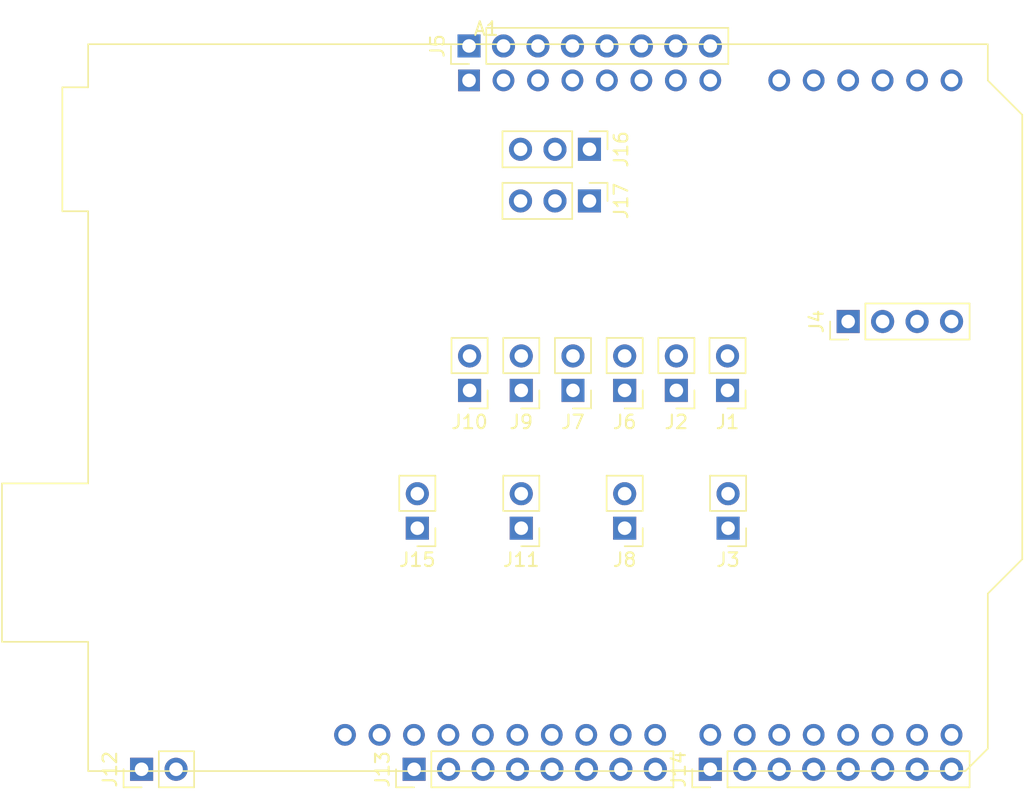
<source format=kicad_pcb>
(kicad_pcb (version 20211014) (generator pcbnew)
  (title_block (date "2022-06-24") (rev "v1.0") (comment 3 "Author: Brenden Vogt"))
  (layers (0 "F.Cu" signal) (31 "B.Cu" signal) (34 "B.Paste" user) (35 "F.Paste" user) (36 "B.SilkS" user "B.Silkscreen") (37 "F.SilkS" user "F.Silkscreen") (38 "B.Mask" user) (39 "F.Mask" user) (44 "Edge.Cuts" user))
  (net 0 "")
  (net 1 "GND")
  (net 2 "/X_STOP")
  (net 3 "/Y_STOP")
  (net 4 "/Z_STOP")
  (net 5 "/E_STOP")
  (net 6 "+5V")
  (net 7 "/SPIN_EN")
  (net 8 "/STEP_EN")
  (net 9 "/VIN")
  (net 10 "+3V3")
  (net 11 "/RST")
  (net 12 "/IOREF")
  (net 14 "/AREF")
  (net 15 "/SPIN_DIR")
  (net 16 "/Z_DIR")
  (net 17 "/Y_DIR")
  (net 18 "/X_DIR")
  (net 19 "/Z_PULSE")
  (net 20 "/Y_PULSE")
  (net 21 "/X_PULSE")
  (net 22 "/TX")
  (net 23 "/RX")
  (footprint "Connector_PinHeader_2.54mm:PinHeader_1x02_P2.54mm_Vertical" (layer "F.Cu") (at 226.1 78.74 180)
    (fp_text reference "J2" (at 0 -2.33 180) (layer "F.SilkS"))
    (fp_text value "XMax")
    (fp_line (start -1.33 1.27) (end 1.33 1.27) (layer "F.SilkS") (width 0.12))
    (fp_line (start 1.33 1.27) (end 1.33 3.87) (layer "F.SilkS") (width 0.12))
    (fp_line (start -1.33 -1.33) (end 0 -1.33) (layer "F.SilkS") (width 0.12))
    (fp_line (start -1.33 1.27) (end -1.33 3.87) (layer "F.SilkS") (width 0.12))
    (fp_line (start -1.33 3.87) (end 1.33 3.87) (layer "F.SilkS") (width 0.12))
    (fp_line (start -1.33 0) (end -1.33 -1.33) (layer "F.SilkS") (width 0.12))
    (pad "1" thru_hole rect locked (at 0 0 180) (size 1.7 1.7) (drill 1) (layers *.Cu *.Mask) (net 1 "GND"))
    (pad "2" thru_hole oval locked (at 0 2.54 180) (size 1.7 1.7) (drill 1) (layers *.Cu *.Mask) (net 2 "/X_STOP"))
  )
  (footprint "Connector_PinHeader_2.54mm:PinHeader_1x04_P2.54mm_Vertical" (layer "F.Cu") (at 238.76 73.66 90)
    (fp_text reference "J4" (at 0 -2.33 90) (layer "F.SilkS"))
    (fp_text value "UART")
    (fp_line (start -1.33 0) (end -1.33 -1.33) (layer "F.SilkS") (width 0.12))
    (fp_line (start -1.33 1.27) (end -1.33 8.95) (layer "F.SilkS") (width 0.12))
    (fp_line (start -1.33 8.95) (end 1.33 8.95) (layer "F.SilkS") (width 0.12))
    (fp_line (start -1.33 1.27) (end 1.33 1.27) (layer "F.SilkS") (width 0.12))
    (fp_line (start 1.33 1.27) (end 1.33 8.95) (layer "F.SilkS") (width 0.12))
    (fp_line (start -1.33 -1.33) (end 0 -1.33) (layer "F.SilkS") (width 0.12))
    (pad "1" thru_hole rect locked (at 0 0 90) (size 1.7 1.7) (drill 1) (layers *.Cu *.Mask) (net 1 "GND"))
    (pad "2" thru_hole oval locked (at 0 2.54 90) (size 1.7 1.7) (drill 1) (layers *.Cu *.Mask) (net 22 "/TX"))
    (pad "3" thru_hole oval locked (at 0 5.08 90) (size 1.7 1.7) (drill 1) (layers *.Cu *.Mask) (net 23 "/RX"))
    (pad "4" thru_hole oval locked (at 0 7.62 90) (size 1.7 1.7) (drill 1) (layers *.Cu *.Mask) (net 6 "+5V"))
  )
  (footprint "Connector_PinHeader_2.54mm:PinHeader_1x02_P2.54mm_Vertical" (layer "F.Cu") (at 229.87 78.74 180)
    (fp_text reference "J1" (at 0 -2.33 180) (layer "F.SilkS"))
    (fp_text value "XMin")
    (fp_line (start -1.33 1.27) (end -1.33 3.87) (layer "F.SilkS") (width 0.12))
    (fp_line (start -1.33 -1.33) (end 0 -1.33) (layer "F.SilkS") (width 0.12))
    (fp_line (start -1.33 3.87) (end 1.33 3.87) (layer "F.SilkS") (width 0.12))
    (fp_line (start 1.33 1.27) (end 1.33 3.87) (layer "F.SilkS") (width 0.12))
    (fp_line (start -1.33 0) (end -1.33 -1.33) (layer "F.SilkS") (width 0.12))
    (fp_line (start -1.33 1.27) (end 1.33 1.27) (layer "F.SilkS") (width 0.12))
    (pad "1" thru_hole rect locked (at 0 0 180) (size 1.7 1.7) (drill 1) (layers *.Cu *.Mask) (net 1 "GND"))
    (pad "2" thru_hole oval locked (at 0 2.54 180) (size 1.7 1.7) (drill 1) (layers *.Cu *.Mask) (net 2 "/X_STOP"))
  )
  (footprint "Connector_PinHeader_2.54mm:PinHeader_1x08_P2.54mm_Vertical" (layer "F.Cu") (at 206.771 106.68 90)
    (fp_text reference "J13" (at 0 -2.33 90) (layer "F.SilkS"))
    (fp_text value "Peripherals")
    (fp_line (start -1.33 1.27) (end 1.33 1.27) (layer "F.SilkS") (width 0.12))
    (fp_line (start -1.33 -1.33) (end 0 -1.33) (layer "F.SilkS") (width 0.12))
    (fp_line (start 1.33 1.27) (end 1.33 19.11) (layer "F.SilkS") (width 0.12))
    (fp_line (start -1.33 19.11) (end 1.33 19.11) (layer "F.SilkS") (width 0.12))
    (fp_line (start -1.33 1.27) (end -1.33 19.11) (layer "F.SilkS") (width 0.12))
    (fp_line (start -1.33 0) (end -1.33 -1.33) (layer "F.SilkS") (width 0.12))
    (pad "1" thru_hole rect locked (at 0 0 90) (size 1.7 1.7) (drill 1) (layers *.Cu *.Mask) (net 14 "/AREF"))
    (pad "2" thru_hole oval locked (at 0 2.54 90) (size 1.7 1.7) (drill 1) (layers *.Cu *.Mask) (net 1 "GND"))
    (pad "3" thru_hole oval locked (at 0 5.08 90) (size 1.7 1.7) (drill 1) (layers *.Cu *.Mask) (net 15 "/SPIN_DIR"))
    (pad "4" thru_hole oval locked (at 0 7.62 90) (size 1.7 1.7) (drill 1) (layers *.Cu *.Mask) (net 4 "/Z_STOP"))
    (pad "5" thru_hole oval locked (at 0 10.16 90) (size 1.7 1.7) (drill 1) (layers *.Cu *.Mask) (net 7 "/SPIN_EN"))
    (pad "6" thru_hole oval locked (at 0 12.7 90) (size 1.7 1.7) (drill 1) (layers *.Cu *.Mask) (net 3 "/Y_STOP"))
    (pad "7" thru_hole oval locked (at 0 15.24 90) (size 1.7 1.7) (drill 1) (layers *.Cu *.Mask) (net 2 "/X_STOP"))
    (pad "8" thru_hole oval locked (at 0 17.78 90) (size 1.7 1.7) (drill 1) (layers *.Cu *.Mask) (net 8 "/STEP_EN"))
  )
  (footprint "Connector_PinHeader_2.54mm:PinHeader_1x02_P2.54mm_Vertical" (layer "F.Cu") (at 207.01 88.9 180)
    (fp_text reference "J15" (at 0 -2.33) (layer "F.SilkS"))
    (fp_text value "EStop")
    (fp_line (start 1.33 1.27) (end 1.33 3.87) (layer "F.SilkS") (width 0.12))
    (fp_line (start -1.33 -1.33) (end 0 -1.33) (layer "F.SilkS") (width 0.12))
    (fp_line (start -1.33 3.87) (end 1.33 3.87) (layer "F.SilkS") (width 0.12))
    (fp_line (start -1.33 0) (end -1.33 -1.33) (layer "F.SilkS") (width 0.12))
    (fp_line (start -1.33 1.27) (end 1.33 1.27) (layer "F.SilkS") (width 0.12))
    (fp_line (start -1.33 1.27) (end -1.33 3.87) (layer "F.SilkS") (width 0.12))
    (pad "1" thru_hole rect locked (at 0 0 180) (size 1.7 1.7) (drill 1) (layers *.Cu *.Mask) (net 1 "GND"))
    (pad "2" thru_hole oval locked (at 0 2.54 180) (size 1.7 1.7) (drill 1) (layers *.Cu *.Mask) (net 5 "/E_STOP"))
  )
  (footprint "Connector_PinHeader_2.54mm:PinHeader_1x03_P2.54mm_Vertical" (layer "F.Cu") (at 219.695 60.96 -90)
    (fp_text reference "J16" (at 0 -2.33 90) (layer "F.SilkS"))
    (fp_text value "Spindle Enable")
    (fp_line (start -1.33 0) (end -1.33 -1.33) (layer "F.SilkS") (width 0.12))
    (fp_line (start -1.33 1.27) (end -1.33 6.41) (layer "F.SilkS") (width 0.12))
    (fp_line (start -1.33 -1.33) (end 0 -1.33) (layer "F.SilkS") (width 0.12))
    (fp_line (start -1.33 6.41) (end 1.33 6.41) (layer "F.SilkS") (width 0.12))
    (fp_line (start -1.33 1.27) (end 1.33 1.27) (layer "F.SilkS") (width 0.12))
    (fp_line (start 1.33 1.27) (end 1.33 6.41) (layer "F.SilkS") (width 0.12))
    (pad "1" thru_hole rect locked (at 0 0 270) (size 1.7 1.7) (drill 1) (layers *.Cu *.Mask) (net 1 "GND"))
    (pad "2" thru_hole oval locked (at 0 2.54 270) (size 1.7 1.7) (drill 1) (layers *.Cu *.Mask) (net 6 "+5V"))
    (pad "3" thru_hole oval locked (at 0 5.08 270) (size 1.7 1.7) (drill 1) (layers *.Cu *.Mask) (net 7 "/SPIN_EN"))
  )
  (footprint "Connector_PinHeader_2.54mm:PinHeader_1x08_P2.54mm_Vertical" (layer "F.Cu") (at 228.6 106.68 90)
    (fp_text reference "J14" (at 0 -2.33 90) (layer "F.SilkS"))
    (fp_text value "Stepper")
    (fp_line (start -1.33 19.11) (end 1.33 19.11) (layer "F.SilkS") (width 0.12))
    (fp_line (start -1.33 1.27) (end -1.33 19.11) (layer "F.SilkS") (width 0.12))
    (fp_line (start -1.33 -1.33) (end 0 -1.33) (layer "F.SilkS") (width 0.12))
    (fp_line (start -1.33 1.27) (end 1.33 1.27) (layer "F.SilkS") (width 0.12))
    (fp_line (start -1.33 0) (end -1.33 -1.33) (layer "F.SilkS") (width 0.12))
    (fp_line (start 1.33 1.27) (end 1.33 19.11) (layer "F.SilkS") (width 0.12))
    (pad "1" thru_hole rect locked (at 0 0 90) (size 1.7 1.7) (drill 1) (layers *.Cu *.Mask) (net 16 "/Z_DIR"))
    (pad "2" thru_hole oval locked (at 0 2.54 90) (size 1.7 1.7) (drill 1) (layers *.Cu *.Mask) (net 17 "/Y_DIR"))
    (pad "3" thru_hole oval locked (at 0 5.08 90) (size 1.7 1.7) (drill 1) (layers *.Cu *.Mask) (net 18 "/X_DIR"))
    (pad "4" thru_hole oval locked (at 0 7.62 90) (size 1.7 1.7) (drill 1) (layers *.Cu *.Mask) (net 19 "/Z_PULSE"))
    (pad "5" thru_hole oval locked (at 0 10.16 90) (size 1.7 1.7) (drill 1) (layers *.Cu *.Mask) (net 20 "/Y_PULSE"))
    (pad "6" thru_hole oval locked (at 0 12.7 90) (size 1.7 1.7) (drill 1) (layers *.Cu *.Mask) (net 21 "/X_PULSE"))
    (pad "7" thru_hole oval locked (at 0 15.24 90) (size 1.7 1.7) (drill 1) (layers *.Cu *.Mask) (net 22 "/TX"))
    (pad "8" thru_hole oval locked (at 0 17.78 90) (size 1.7 1.7) (drill 1) (layers *.Cu *.Mask) (net 23 "/RX"))
  )
  (footprint "Connector_PinHeader_2.54mm:PinHeader_1x02_P2.54mm_Vertical" (layer "F.Cu") (at 222.29 88.9 180)
    (fp_text reference "J8" (at 0 -2.33 180) (layer "F.SilkS"))
    (fp_text value "YCon")
    (fp_line (start -1.33 3.87) (end 1.33 3.87) (layer "F.SilkS") (width 0.12))
    (fp_line (start -1.33 1.27) (end -1.33 3.87) (layer "F.SilkS") (width 0.12))
    (fp_line (start -1.33 1.27) (end 1.33 1.27) (layer "F.SilkS") (width 0.12))
    (fp_line (start 1.33 1.27) (end 1.33 3.87) (layer "F.SilkS") (width 0.12))
    (fp_line (start -1.33 0) (end -1.33 -1.33) (layer "F.SilkS") (width 0.12))
    (fp_line (start -1.33 -1.33) (end 0 -1.33) (layer "F.SilkS") (width 0.12))
    (pad "1" thru_hole rect locked (at 0 0 180) (size 1.7 1.7) (drill 1) (layers *.Cu *.Mask) (net 20 "/Y_PULSE"))
    (pad "2" thru_hole oval locked (at 0 2.54 180) (size 1.7 1.7) (drill 1) (layers *.Cu *.Mask) (net 17 "/Y_DIR"))
  )
  (footprint "Connector_PinHeader_2.54mm:PinHeader_1x02_P2.54mm_Vertical" (layer "F.Cu") (at 210.86 78.74 180)
    (fp_text reference "J10" (at 0 -2.33 180) (layer "F.SilkS"))
    (fp_text value "ZMax")
    (fp_line (start -1.33 1.27) (end 1.33 1.27) (layer "F.SilkS") (width 0.12))
    (fp_line (start -1.33 0) (end -1.33 -1.33) (layer "F.SilkS") (width 0.12))
    (fp_line (start 1.33 1.27) (end 1.33 3.87) (layer "F.SilkS") (width 0.12))
    (fp_line (start -1.33 -1.33) (end 0 -1.33) (layer "F.SilkS") (width 0.12))
    (fp_line (start -1.33 1.27) (end -1.33 3.87) (layer "F.SilkS") (width 0.12))
    (fp_line (start -1.33 3.87) (end 1.33 3.87) (layer "F.SilkS") (width 0.12))
    (pad "1" thru_hole rect locked (at 0 0 180) (size 1.7 1.7) (drill 1) (layers *.Cu *.Mask) (net 1 "GND"))
    (pad "2" thru_hole oval locked (at 0 2.54 180) (size 1.7 1.7) (drill 1) (layers *.Cu *.Mask) (net 4 "/Z_STOP"))
  )
  (footprint "Connector_PinHeader_2.54mm:PinHeader_1x02_P2.54mm_Vertical" (layer "F.Cu") (at 218.48 78.74 180)
    (fp_text reference "J7" (at 0 -2.33 180) (layer "F.SilkS"))
    (fp_text value "YMax")
    (fp_line (start -1.33 3.87) (end 1.33 3.87) (layer "F.SilkS") (width 0.12))
    (fp_line (start 1.33 1.27) (end 1.33 3.87) (layer "F.SilkS") (width 0.12))
    (fp_line (start -1.33 1.27) (end 1.33 1.27) (layer "F.SilkS") (width 0.12))
    (fp_line (start -1.33 0) (end -1.33 -1.33) (layer "F.SilkS") (width 0.12))
    (fp_line (start -1.33 -1.33) (end 0 -1.33) (layer "F.SilkS") (width 0.12))
    (fp_line (start -1.33 1.27) (end -1.33 3.87) (layer "F.SilkS") (width 0.12))
    (pad "1" thru_hole rect locked (at 0 0 180) (size 1.7 1.7) (drill 1) (layers *.Cu *.Mask) (net 1 "GND"))
    (pad "2" thru_hole oval locked (at 0 2.54 180) (size 1.7 1.7) (drill 1) (layers *.Cu *.Mask) (net 3 "/Y_STOP"))
  )
  (footprint "Module:Arduino_UNO_R3" (layer "F.Cu") (at 210.82 55.88)
    (fp_text reference "A1" (at 1.27 -3.81 180) (layer "F.SilkS"))
    (fp_text value "Arduino_UNO_R3")
    (fp_line (start -29.97 9.65) (end -28.07 9.65) (layer "F.SilkS") (width 0.12))
    (fp_line (start 36.58 50.93) (end 38.23 49.28) (layer "F.SilkS") (width 0.12))
    (fp_line (start -28.07 29.72) (end -34.42 29.72) (layer "F.SilkS") (width 0.12))
    (fp_line (start -34.42 41.4) (end -28.07 41.4) (layer "F.SilkS") (width 0.12))
    (fp_line (start -28.07 9.65) (end -28.07 29.72) (layer "F.SilkS") (width 0.12))
    (fp_line (start 40.77 2.54) (end 38.23 0) (layer "F.SilkS") (width 0.12))
    (fp_line (start 40.77 35.31) (end 40.77 2.54) (layer "F.SilkS") (width 0.12))
    (fp_line (start -34.42 29.72) (end -34.42 41.4) (layer "F.SilkS") (width 0.12))
    (fp_line (start 38.23 49.28) (end 38.23 37.85) (layer "F.SilkS") (width 0.12))
    (fp_line (start 38.23 -2.67) (end -28.07 -2.67) (layer "F.SilkS") (width 0.12))
    (fp_line (start -28.07 50.93) (end 36.58 50.93) (layer "F.SilkS") (width 0.12))
    (fp_line (start 38.23 37.85) (end 40.77 35.31) (layer "F.SilkS") (width 0.12))
    (fp_line (start -28.07 0.51) (end -29.97 0.51) (layer "F.SilkS") (width 0.12))
    (fp_line (start -28.07 -2.67) (end -28.07 0.51) (layer "F.SilkS") (width 0.12))
    (fp_line (start -29.97 0.51) (end -29.97 9.65) (layer "F.SilkS") (width 0.12))
    (fp_line (start -28.07 41.4) (end -28.07 50.93) (layer "F.SilkS") (width 0.12))
    (fp_line (start 38.23 0) (end 38.23 -2.67) (layer "F.SilkS") (width 0.12))
    (pad "1" thru_hole rect locked (at 0 0 90) (size 1.6 1.6) (drill 1) (layers *.Cu *.Mask))
    (pad "2" thru_hole oval locked (at 2.54 0 90) (size 1.6 1.6) (drill 1) (layers *.Cu *.Mask))
    (pad "3" thru_hole oval locked (at 5.08 0 90) (size 1.6 1.6) (drill 1) (layers *.Cu *.Mask))
    (pad "4" thru_hole oval locked (at 7.62 0 90) (size 1.6 1.6) (drill 1) (layers *.Cu *.Mask))
    (pad "5" thru_hole oval locked (at 10.16 0 90) (size 1.6 1.6) (drill 1) (layers *.Cu *.Mask))
    (pad "6" thru_hole oval locked (at 12.7 0 90) (size 1.6 1.6) (drill 1) (layers *.Cu *.Mask))
    (pad "7" thru_hole oval locked (at 15.24 0 90) (size 1.6 1.6) (drill 1) (layers *.Cu *.Mask))
    (pad "8" thru_hole oval locked (at 17.78 0 90) (size 1.6 1.6) (drill 1) (layers *.Cu *.Mask))
    (pad "9" thru_hole oval locked (at 22.86 0 90) (size 1.6 1.6) (drill 1) (layers *.Cu *.Mask))
    (pad "10" thru_hole oval locked (at 25.4 0 90) (size 1.6 1.6) (drill 1) (layers *.Cu *.Mask))
    (pad "11" thru_hole oval locked (at 27.94 0 90) (size 1.6 1.6) (drill 1) (layers *.Cu *.Mask))
    (pad "12" thru_hole oval locked (at 30.48 0 90) (size 1.6 1.6) (drill 1) (layers *.Cu *.Mask))
    (pad "13" thru_hole oval locked (at 33.02 0 90) (size 1.6 1.6) (drill 1) (layers *.Cu *.Mask))
    (pad "14" thru_hole oval locked (at 35.56 0 90) (size 1.6 1.6) (drill 1) (layers *.Cu *.Mask))
    (pad "15" thru_hole oval locked (at 35.56 48.26 90) (size 1.6 1.6) (drill 1) (layers *.Cu *.Mask))
    (pad "16" thru_hole oval locked (at 33.02 48.26 90) (size 1.6 1.6) (drill 1) (layers *.Cu *.Mask))
    (pad "17" thru_hole oval locked (at 30.48 48.26 90) (size 1.6 1.6) (drill 1) (layers *.Cu *.Mask))
    (pad "18" thru_hole oval locked (at 27.94 48.26 90) (size 1.6 1.6) (drill 1) (layers *.Cu *.Mask))
    (pad "19" thru_hole oval locked (at 25.4 48.26 90) (size 1.6 1.6) (drill 1) (layers *.Cu *.Mask))
    (pad "20" thru_hole oval locked (at 22.86 48.26 90) (size 1.6 1.6) (drill 1) (layers *.Cu *.Mask))
    (pad "21" thru_hole oval locked (at 20.32 48.26 90) (size 1.6 1.6) (drill 1) (layers *.Cu *.Mask))
    (pad "22" thru_hole oval locked (at 17.78 48.26 90) (size 1.6 1.6) (drill 1) (layers *.Cu *.Mask))
    (pad "23" thru_hole oval locked (at 13.72 48.26 90) (size 1.6 1.6) (drill 1) (layers *.Cu *.Mask))
    (pad "24" thru_hole oval locked (at 11.18 48.26 90) (size 1.6 1.6) (drill 1) (layers *.Cu *.Mask))
    (pad "25" thru_hole oval locked (at 8.64 48.26 90) (size 1.6 1.6) (drill 1) (layers *.Cu *.Mask))
    (pad "26" thru_hole oval locked (at 6.1 48.26 90) (size 1.6 1.6) (drill 1) (layers *.Cu *.Mask))
    (pad "27" thru_hole oval locked (at 3.56 48.26 90) (size 1.6 1.6) (drill 1) (layers *.Cu *.Mask))
    (pad "28" thru_hole oval locked (at 1.02 48.26 90) (size 1.6 1.6) (drill 1) (layers *.Cu *.Mask))
    (pad "29" thru_hole oval locked (at -1.52 48.26 90) (size 1.6 1.6) (drill 1) (layers *.Cu *.Mask))
    (pad "30" thru_hole oval locked (at -4.06 48.26 90) (size 1.6 1.6) (drill 1) (layers *.Cu *.Mask))
    (pad "31" thru_hole oval locked (at -6.6 48.26 90) (size 1.6 1.6) (drill 1) (layers *.Cu *.Mask))
    (pad "32" thru_hole oval locked (at -9.14 48.26 90) (size 1.6 1.6) (drill 1) (layers *.Cu *.Mask))
  )
  (footprint "Connector_PinHeader_2.54mm:PinHeader_1x02_P2.54mm_Vertical" (layer "F.Cu") (at 214.67 88.9 180)
    (fp_text reference "J11" (at 0 -2.33 180) (layer "F.SilkS"))
    (fp_text value "ZCon")
    (fp_line (start 1.33 1.27) (end 1.33 3.87) (layer "F.SilkS") (width 0.12))
    (fp_line (start -1.33 0) (end -1.33 -1.33) (layer "F.SilkS") (width 0.12))
    (fp_line (start -1.33 3.87) (end 1.33 3.87) (layer "F.SilkS") (width 0.12))
    (fp_line (start -1.33 1.27) (end 1.33 1.27) (layer "F.SilkS") (width 0.12))
    (fp_line (start -1.33 1.27) (end -1.33 3.87) (layer "F.SilkS") (width 0.12))
    (fp_line (start -1.33 -1.33) (end 0 -1.33) (layer "F.SilkS") (width 0.12))
    (pad "1" thru_hole rect locked (at 0 0 180) (size 1.7 1.7) (drill 1) (layers *.Cu *.Mask) (net 19 "/Z_PULSE"))
    (pad "2" thru_hole oval locked (at 0 2.54 180) (size 1.7 1.7) (drill 1) (layers *.Cu *.Mask) (net 16 "/Z_DIR"))
  )
  (footprint "Connector_PinHeader_2.54mm:PinHeader_1x02_P2.54mm_Vertical" (layer "F.Cu") (at 222.29 78.74 180)
    (fp_text reference "J6" (at 0 -2.33 180) (layer "F.SilkS"))
    (fp_text value "YMin")
    (fp_line (start -1.33 0) (end -1.33 -1.33) (layer "F.SilkS") (width 0.12))
    (fp_line (start -1.33 3.87) (end 1.33 3.87) (layer "F.SilkS") (width 0.12))
    (fp_line (start -1.33 1.27) (end 1.33 1.27) (layer "F.SilkS") (width 0.12))
    (fp_line (start -1.33 1.27) (end -1.33 3.87) (layer "F.SilkS") (width 0.12))
    (fp_line (start -1.33 -1.33) (end 0 -1.33) (layer "F.SilkS") (width 0.12))
    (fp_line (start 1.33 1.27) (end 1.33 3.87) (layer "F.SilkS") (width 0.12))
    (pad "1" thru_hole rect locked (at 0 0 180) (size 1.7 1.7) (drill 1) (layers *.Cu *.Mask) (net 1 "GND"))
    (pad "2" thru_hole oval locked (at 0 2.54 180) (size 1.7 1.7) (drill 1) (layers *.Cu *.Mask) (net 3 "/Y_STOP"))
  )
  (footprint "Connector_PinHeader_2.54mm:PinHeader_1x02_P2.54mm_Vertical" (layer "F.Cu") (at 214.67 78.74 180)
    (fp_text reference "J9" (at 0 -2.33 180) (layer "F.SilkS"))
    (fp_text value "ZMin")
    (fp_line (start -1.33 1.27) (end -1.33 3.87) (layer "F.SilkS") (width 0.12))
    (fp_line (start -1.33 1.27) (end 1.33 1.27) (layer "F.SilkS") (width 0.12))
    (fp_line (start -1.33 -1.33) (end 0 -1.33) (layer "F.SilkS") (width 0.12))
    (fp_line (start 1.33 1.27) (end 1.33 3.87) (layer "F.SilkS") (width 0.12))
    (fp_line (start -1.33 3.87) (end 1.33 3.87) (layer "F.SilkS") (width 0.12))
    (fp_line (start -1.33 0) (end -1.33 -1.33) (layer "F.SilkS") (width 0.12))
    (pad "1" thru_hole rect locked (at 0 0 180) (size 1.7 1.7) (drill 1) (layers *.Cu *.Mask) (net 1 "GND"))
    (pad "2" thru_hole oval locked (at 0 2.54 180) (size 1.7 1.7) (drill 1) (layers *.Cu *.Mask) (net 4 "/Z_STOP"))
  )
  (footprint "Connector_PinHeader_2.54mm:PinHeader_1x03_P2.54mm_Vertical" (layer "F.Cu") (at 219.695 64.77 -90)
    (fp_text reference "J17" (at 0 -2.33 90) (layer "F.SilkS"))
    (fp_text value "Steppers Enable")
    (fp_line (start -1.33 -1.33) (end 0 -1.33) (layer "F.SilkS") (width 0.12))
    (fp_line (start -1.33 0) (end -1.33 -1.33) (layer "F.SilkS") (width 0.12))
    (fp_line (start -1.33 6.41) (end 1.33 6.41) (layer "F.SilkS") (width 0.12))
    (fp_line (start -1.33 1.27) (end 1.33 1.27) (layer "F.SilkS") (width 0.12))
    (fp_line (start -1.33 1.27) (end -1.33 6.41) (layer "F.SilkS") (width 0.12))
    (fp_line (start 1.33 1.27) (end 1.33 6.41) (layer "F.SilkS") (width 0.12))
    (pad "1" thru_hole rect locked (at 0 0 270) (size 1.7 1.7) (drill 1) (layers *.Cu *.Mask) (net 1 "GND"))
    (pad "2" thru_hole oval locked (at 0 2.54 270) (size 1.7 1.7) (drill 1) (layers *.Cu *.Mask) (net 6 "+5V"))
    (pad "3" thru_hole oval locked (at 0 5.08 270) (size 1.7 1.7) (drill 1) (layers *.Cu *.Mask) (net 8 "/STEP_EN"))
  )
  (footprint "Connector_PinHeader_2.54mm:PinHeader_1x02_P2.54mm_Vertical" (layer "F.Cu") (at 186.69 106.68 90)
    (fp_text reference "J12" (at 0 -2.33 90) (layer "F.SilkS"))
    (fp_text value "EStop Source")
    (fp_line (start -1.33 1.27) (end -1.33 3.87) (layer "F.SilkS") (width 0.12))
    (fp_line (start -1.33 -1.33) (end 0 -1.33) (layer "F.SilkS") (width 0.12))
    (fp_line (start -1.33 0) (end -1.33 -1.33) (layer "F.SilkS") (width 0.12))
    (fp_line (start -1.33 3.87) (end 1.33 3.87) (layer "F.SilkS") (width 0.12))
    (fp_line (start 1.33 1.27) (end 1.33 3.87) (layer "F.SilkS") (width 0.12))
    (fp_line (start -1.33 1.27) (end 1.33 1.27) (layer "F.SilkS") (width 0.12))
    (pad "1" thru_hole rect locked (at 0 0 90) (size 1.7 1.7) (drill 1) (layers *.Cu *.Mask) (net 1 "GND"))
    (pad "2" thru_hole oval locked (at 0 2.54 90) (size 1.7 1.7) (drill 1) (layers *.Cu *.Mask) (net 5 "/E_STOP"))
  )
  (footprint "Connector_PinHeader_2.54mm:PinHeader_1x08_P2.54mm_Vertical" (layer "F.Cu") (at 210.82 53.34 90)
    (fp_text reference "J5" (at 0 -2.33 90) (layer "F.SilkS"))
    (fp_text value "Power")
    (fp_line (start -1.33 -1.33) (end 0 -1.33) (layer "F.SilkS") (width 0.12))
    (fp_line (start -1.33 1.27) (end -1.33 19.11) (layer "F.SilkS") (width 0.12))
    (fp_line (start -1.33 1.27) (end 1.33 1.27) (layer "F.SilkS") (width 0.12))
    (fp_line (start -1.33 0) (end -1.33 -1.33) (layer "F.SilkS") (width 0.12))
    (fp_line (start 1.33 1.27) (end 1.33 19.11) (layer "F.SilkS") (width 0.12))
    (fp_line (start -1.33 19.11) (end 1.33 19.11) (layer "F.SilkS") (width 0.12))
    (pad "1" thru_hole rect locked (at 0 0 90) (size 1.7 1.7) (drill 1) (layers *.Cu *.Mask) (net 9 "/VIN"))
    (pad "2" thru_hole oval locked (at 0 2.54 90) (size 1.7 1.7) (drill 1) (layers *.Cu *.Mask) (net 1 "GND"))
    (pad "3" thru_hole oval locked (at 0 5.08 90) (size 1.7 1.7) (drill 1) (layers *.Cu *.Mask) (net 1 "GND"))
    (pad "4" thru_hole oval locked (at 0 7.62 90) (size 1.7 1.7) (drill 1) (layers *.Cu *.Mask) (net 6 "+5V"))
    (pad "5" thru_hole oval locked (at 0 10.16 90) (size 1.7 1.7) (drill 1) (layers *.Cu *.Mask) (net 10 "+3V3"))
    (pad "6" thru_hole oval locked (at 0 12.7 90) (size 1.7 1.7) (drill 1) (layers *.Cu *.Mask) (net 11 "/RST"))
    (pad "7" thru_hole oval locked (at 0 15.24 90) (size 1.7 1.7) (drill 1) (layers *.Cu *.Mask) (net 12 "/IOREF"))
    (pad "8" thru_hole oval locked (at 0 17.78 90) (size 1.7 1.7) (drill 1) (layers *.Cu *.Mask))
  )
  (footprint "Connector_PinHeader_2.54mm:PinHeader_1x02_P2.54mm_Vertical" (layer "F.Cu") (at 229.91 88.9 180)
    (fp_text reference "J3" (at 0 -2.33) (layer "F.SilkS"))
    (fp_text value "XCon")
    (fp_line (start -1.33 1.27) (end -1.33 3.87) (layer "F.SilkS") (width 0.12))
    (fp_line (start -1.33 1.27) (end 1.33 1.27) (layer "F.SilkS") (width 0.12))
    (fp_line (start -1.33 3.87) (end 1.33 3.87) (layer "F.SilkS") (width 0.12))
    (fp_line (start 1.33 1.27) (end 1.33 3.87) (layer "F.SilkS") (width 0.12))
    (fp_line (start -1.33 0) (end -1.33 -1.33) (layer "F.SilkS") (width 0.12))
    (fp_line (start -1.33 -1.33) (end 0 -1.33) (layer "F.SilkS") (width 0.12))
    (pad "1" thru_hole rect locked (at 0 0 180) (size 1.7 1.7) (drill 1) (layers *.Cu *.Mask) (net 21 "/X_PULSE"))
    (pad "2" thru_hole oval locked (at 0 2.54 180) (size 1.7 1.7) (drill 1) (layers *.Cu *.Mask) (net 18 "/X_DIR"))
  )
)
</source>
